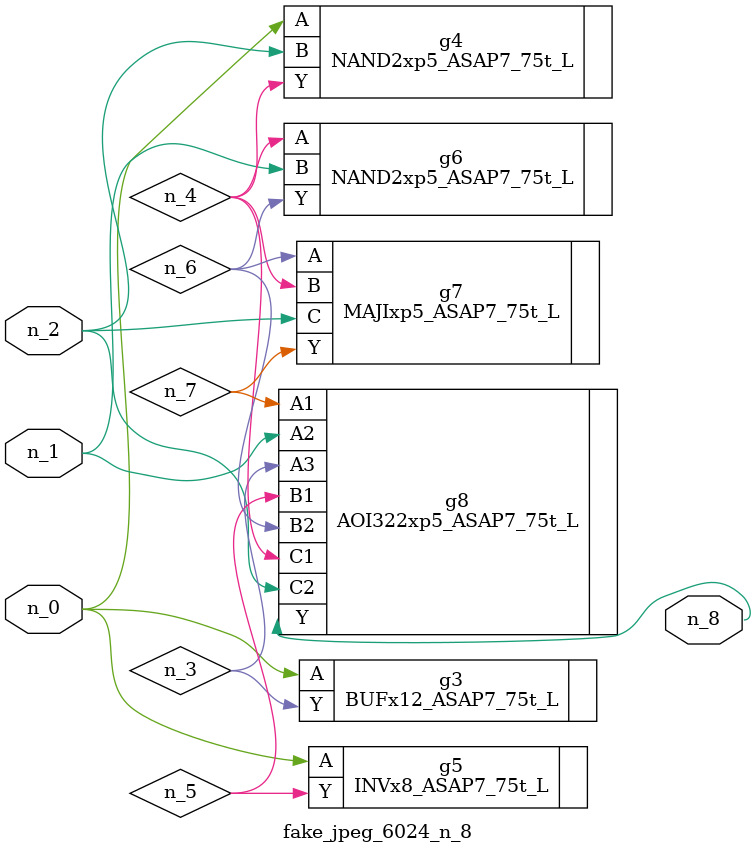
<source format=v>
module fake_jpeg_6024_n_8 (n_0, n_2, n_1, n_8);

input n_0;
input n_2;
input n_1;

output n_8;

wire n_3;
wire n_4;
wire n_6;
wire n_5;
wire n_7;

BUFx12_ASAP7_75t_L g3 ( 
.A(n_0),
.Y(n_3)
);

NAND2xp5_ASAP7_75t_L g4 ( 
.A(n_0),
.B(n_2),
.Y(n_4)
);

INVx8_ASAP7_75t_L g5 ( 
.A(n_0),
.Y(n_5)
);

NAND2xp5_ASAP7_75t_L g6 ( 
.A(n_4),
.B(n_1),
.Y(n_6)
);

MAJIxp5_ASAP7_75t_L g7 ( 
.A(n_6),
.B(n_4),
.C(n_2),
.Y(n_7)
);

AOI322xp5_ASAP7_75t_L g8 ( 
.A1(n_7),
.A2(n_1),
.A3(n_3),
.B1(n_5),
.B2(n_6),
.C1(n_4),
.C2(n_2),
.Y(n_8)
);


endmodule
</source>
